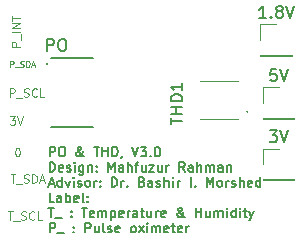
<source format=gto>
%TF.GenerationSoftware,KiCad,Pcbnew,(6.0.9)*%
%TF.CreationDate,2023-09-05T16:32:31-05:00*%
%TF.ProjectId,Pulse_Temp,50756c73-655f-4546-956d-702e6b696361,rev?*%
%TF.SameCoordinates,Original*%
%TF.FileFunction,Legend,Top*%
%TF.FilePolarity,Positive*%
%FSLAX46Y46*%
G04 Gerber Fmt 4.6, Leading zero omitted, Abs format (unit mm)*
G04 Created by KiCad (PCBNEW (6.0.9)) date 2023-09-05 16:32:31*
%MOMM*%
%LPD*%
G01*
G04 APERTURE LIST*
%ADD10C,0.150000*%
%ADD11C,0.100000*%
%ADD12C,0.152400*%
%ADD13C,0.120000*%
%ADD14R,0.762000X0.355600*%
%ADD15R,0.762000X0.406400*%
%ADD16R,1.600200X2.489200*%
%ADD17R,1.700000X1.700000*%
%ADD18O,1.700000X1.700000*%
G04 APERTURE END LIST*
D10*
X160917576Y-83501904D02*
X160917576Y-82701904D01*
X161222338Y-82701904D01*
X161298528Y-82740000D01*
X161336623Y-82778095D01*
X161374719Y-82854285D01*
X161374719Y-82968571D01*
X161336623Y-83044761D01*
X161298528Y-83082857D01*
X161222338Y-83120952D01*
X160917576Y-83120952D01*
X161869957Y-82701904D02*
X162022338Y-82701904D01*
X162098528Y-82740000D01*
X162174719Y-82816190D01*
X162212814Y-82968571D01*
X162212814Y-83235238D01*
X162174719Y-83387619D01*
X162098528Y-83463809D01*
X162022338Y-83501904D01*
X161869957Y-83501904D01*
X161793766Y-83463809D01*
X161717576Y-83387619D01*
X161679480Y-83235238D01*
X161679480Y-82968571D01*
X161717576Y-82816190D01*
X161793766Y-82740000D01*
X161869957Y-82701904D01*
X163812814Y-83501904D02*
X163774719Y-83501904D01*
X163698528Y-83463809D01*
X163584242Y-83349523D01*
X163393766Y-83120952D01*
X163317576Y-83006666D01*
X163279480Y-82892380D01*
X163279480Y-82816190D01*
X163317576Y-82740000D01*
X163393766Y-82701904D01*
X163431861Y-82701904D01*
X163508052Y-82740000D01*
X163546147Y-82816190D01*
X163546147Y-82854285D01*
X163508052Y-82930476D01*
X163469957Y-82968571D01*
X163241385Y-83120952D01*
X163203290Y-83159047D01*
X163165195Y-83235238D01*
X163165195Y-83349523D01*
X163203290Y-83425714D01*
X163241385Y-83463809D01*
X163317576Y-83501904D01*
X163431861Y-83501904D01*
X163508052Y-83463809D01*
X163546147Y-83425714D01*
X163660433Y-83273333D01*
X163698528Y-83159047D01*
X163698528Y-83082857D01*
X164650909Y-82701904D02*
X165108052Y-82701904D01*
X164879480Y-83501904D02*
X164879480Y-82701904D01*
X165374719Y-83501904D02*
X165374719Y-82701904D01*
X165374719Y-83082857D02*
X165831861Y-83082857D01*
X165831861Y-83501904D02*
X165831861Y-82701904D01*
X166212814Y-83501904D02*
X166212814Y-82701904D01*
X166403290Y-82701904D01*
X166517576Y-82740000D01*
X166593766Y-82816190D01*
X166631861Y-82892380D01*
X166669957Y-83044761D01*
X166669957Y-83159047D01*
X166631861Y-83311428D01*
X166593766Y-83387619D01*
X166517576Y-83463809D01*
X166403290Y-83501904D01*
X166212814Y-83501904D01*
X167050909Y-83463809D02*
X167050909Y-83501904D01*
X167012814Y-83578095D01*
X166974719Y-83616190D01*
X167889004Y-82701904D02*
X168155671Y-83501904D01*
X168422338Y-82701904D01*
X168612814Y-82701904D02*
X169108052Y-82701904D01*
X168841385Y-83006666D01*
X168955671Y-83006666D01*
X169031861Y-83044761D01*
X169069957Y-83082857D01*
X169108052Y-83159047D01*
X169108052Y-83349523D01*
X169069957Y-83425714D01*
X169031861Y-83463809D01*
X168955671Y-83501904D01*
X168727100Y-83501904D01*
X168650909Y-83463809D01*
X168612814Y-83425714D01*
X169450909Y-83425714D02*
X169489004Y-83463809D01*
X169450909Y-83501904D01*
X169412814Y-83463809D01*
X169450909Y-83425714D01*
X169450909Y-83501904D01*
X169984242Y-82701904D02*
X170060433Y-82701904D01*
X170136623Y-82740000D01*
X170174719Y-82778095D01*
X170212814Y-82854285D01*
X170250909Y-83006666D01*
X170250909Y-83197142D01*
X170212814Y-83349523D01*
X170174719Y-83425714D01*
X170136623Y-83463809D01*
X170060433Y-83501904D01*
X169984242Y-83501904D01*
X169908052Y-83463809D01*
X169869957Y-83425714D01*
X169831861Y-83349523D01*
X169793766Y-83197142D01*
X169793766Y-83006666D01*
X169831861Y-82854285D01*
X169869957Y-82778095D01*
X169908052Y-82740000D01*
X169984242Y-82701904D01*
X160917576Y-84789904D02*
X160917576Y-83989904D01*
X161108052Y-83989904D01*
X161222338Y-84028000D01*
X161298528Y-84104190D01*
X161336623Y-84180380D01*
X161374719Y-84332761D01*
X161374719Y-84447047D01*
X161336623Y-84599428D01*
X161298528Y-84675619D01*
X161222338Y-84751809D01*
X161108052Y-84789904D01*
X160917576Y-84789904D01*
X162022338Y-84751809D02*
X161946147Y-84789904D01*
X161793766Y-84789904D01*
X161717576Y-84751809D01*
X161679480Y-84675619D01*
X161679480Y-84370857D01*
X161717576Y-84294666D01*
X161793766Y-84256571D01*
X161946147Y-84256571D01*
X162022338Y-84294666D01*
X162060433Y-84370857D01*
X162060433Y-84447047D01*
X161679480Y-84523238D01*
X162365195Y-84751809D02*
X162441385Y-84789904D01*
X162593766Y-84789904D01*
X162669957Y-84751809D01*
X162708052Y-84675619D01*
X162708052Y-84637523D01*
X162669957Y-84561333D01*
X162593766Y-84523238D01*
X162479480Y-84523238D01*
X162403290Y-84485142D01*
X162365195Y-84408952D01*
X162365195Y-84370857D01*
X162403290Y-84294666D01*
X162479480Y-84256571D01*
X162593766Y-84256571D01*
X162669957Y-84294666D01*
X163050909Y-84789904D02*
X163050909Y-84256571D01*
X163050909Y-83989904D02*
X163012814Y-84028000D01*
X163050909Y-84066095D01*
X163089004Y-84028000D01*
X163050909Y-83989904D01*
X163050909Y-84066095D01*
X163774719Y-84256571D02*
X163774719Y-84904190D01*
X163736623Y-84980380D01*
X163698528Y-85018476D01*
X163622338Y-85056571D01*
X163508052Y-85056571D01*
X163431861Y-85018476D01*
X163774719Y-84751809D02*
X163698528Y-84789904D01*
X163546147Y-84789904D01*
X163469957Y-84751809D01*
X163431861Y-84713714D01*
X163393766Y-84637523D01*
X163393766Y-84408952D01*
X163431861Y-84332761D01*
X163469957Y-84294666D01*
X163546147Y-84256571D01*
X163698528Y-84256571D01*
X163774719Y-84294666D01*
X164155671Y-84256571D02*
X164155671Y-84789904D01*
X164155671Y-84332761D02*
X164193766Y-84294666D01*
X164269957Y-84256571D01*
X164384242Y-84256571D01*
X164460433Y-84294666D01*
X164498528Y-84370857D01*
X164498528Y-84789904D01*
X164879480Y-84713714D02*
X164917576Y-84751809D01*
X164879480Y-84789904D01*
X164841385Y-84751809D01*
X164879480Y-84713714D01*
X164879480Y-84789904D01*
X164879480Y-84294666D02*
X164917576Y-84332761D01*
X164879480Y-84370857D01*
X164841385Y-84332761D01*
X164879480Y-84294666D01*
X164879480Y-84370857D01*
X165869957Y-84789904D02*
X165869957Y-83989904D01*
X166136623Y-84561333D01*
X166403290Y-83989904D01*
X166403290Y-84789904D01*
X167127100Y-84789904D02*
X167127100Y-84370857D01*
X167089004Y-84294666D01*
X167012814Y-84256571D01*
X166860433Y-84256571D01*
X166784242Y-84294666D01*
X167127100Y-84751809D02*
X167050909Y-84789904D01*
X166860433Y-84789904D01*
X166784242Y-84751809D01*
X166746147Y-84675619D01*
X166746147Y-84599428D01*
X166784242Y-84523238D01*
X166860433Y-84485142D01*
X167050909Y-84485142D01*
X167127100Y-84447047D01*
X167508052Y-84789904D02*
X167508052Y-83989904D01*
X167850909Y-84789904D02*
X167850909Y-84370857D01*
X167812814Y-84294666D01*
X167736623Y-84256571D01*
X167622338Y-84256571D01*
X167546147Y-84294666D01*
X167508052Y-84332761D01*
X168117576Y-84256571D02*
X168422338Y-84256571D01*
X168231861Y-84789904D02*
X168231861Y-84104190D01*
X168269957Y-84028000D01*
X168346147Y-83989904D01*
X168422338Y-83989904D01*
X169031861Y-84256571D02*
X169031861Y-84789904D01*
X168689004Y-84256571D02*
X168689004Y-84675619D01*
X168727100Y-84751809D01*
X168803290Y-84789904D01*
X168917576Y-84789904D01*
X168993766Y-84751809D01*
X169031861Y-84713714D01*
X169336623Y-84256571D02*
X169755671Y-84256571D01*
X169336623Y-84789904D01*
X169755671Y-84789904D01*
X170403290Y-84256571D02*
X170403290Y-84789904D01*
X170060433Y-84256571D02*
X170060433Y-84675619D01*
X170098528Y-84751809D01*
X170174719Y-84789904D01*
X170289004Y-84789904D01*
X170365195Y-84751809D01*
X170403290Y-84713714D01*
X170784242Y-84789904D02*
X170784242Y-84256571D01*
X170784242Y-84408952D02*
X170822338Y-84332761D01*
X170860433Y-84294666D01*
X170936623Y-84256571D01*
X171012814Y-84256571D01*
X172346147Y-84789904D02*
X172079480Y-84408952D01*
X171889004Y-84789904D02*
X171889004Y-83989904D01*
X172193766Y-83989904D01*
X172269957Y-84028000D01*
X172308052Y-84066095D01*
X172346147Y-84142285D01*
X172346147Y-84256571D01*
X172308052Y-84332761D01*
X172269957Y-84370857D01*
X172193766Y-84408952D01*
X171889004Y-84408952D01*
X173031861Y-84789904D02*
X173031861Y-84370857D01*
X172993766Y-84294666D01*
X172917576Y-84256571D01*
X172765195Y-84256571D01*
X172689004Y-84294666D01*
X173031861Y-84751809D02*
X172955671Y-84789904D01*
X172765195Y-84789904D01*
X172689004Y-84751809D01*
X172650909Y-84675619D01*
X172650909Y-84599428D01*
X172689004Y-84523238D01*
X172765195Y-84485142D01*
X172955671Y-84485142D01*
X173031861Y-84447047D01*
X173412814Y-84789904D02*
X173412814Y-83989904D01*
X173755671Y-84789904D02*
X173755671Y-84370857D01*
X173717576Y-84294666D01*
X173641385Y-84256571D01*
X173527100Y-84256571D01*
X173450909Y-84294666D01*
X173412814Y-84332761D01*
X174136623Y-84789904D02*
X174136623Y-84256571D01*
X174136623Y-84332761D02*
X174174719Y-84294666D01*
X174250909Y-84256571D01*
X174365195Y-84256571D01*
X174441385Y-84294666D01*
X174479480Y-84370857D01*
X174479480Y-84789904D01*
X174479480Y-84370857D02*
X174517576Y-84294666D01*
X174593766Y-84256571D01*
X174708052Y-84256571D01*
X174784242Y-84294666D01*
X174822338Y-84370857D01*
X174822338Y-84789904D01*
X175546147Y-84789904D02*
X175546147Y-84370857D01*
X175508052Y-84294666D01*
X175431861Y-84256571D01*
X175279480Y-84256571D01*
X175203290Y-84294666D01*
X175546147Y-84751809D02*
X175469957Y-84789904D01*
X175279480Y-84789904D01*
X175203290Y-84751809D01*
X175165195Y-84675619D01*
X175165195Y-84599428D01*
X175203290Y-84523238D01*
X175279480Y-84485142D01*
X175469957Y-84485142D01*
X175546147Y-84447047D01*
X175927100Y-84256571D02*
X175927100Y-84789904D01*
X175927100Y-84332761D02*
X175965195Y-84294666D01*
X176041385Y-84256571D01*
X176155671Y-84256571D01*
X176231861Y-84294666D01*
X176269957Y-84370857D01*
X176269957Y-84789904D01*
X160879480Y-85849333D02*
X161260433Y-85849333D01*
X160803290Y-86077904D02*
X161069957Y-85277904D01*
X161336623Y-86077904D01*
X161946147Y-86077904D02*
X161946147Y-85277904D01*
X161946147Y-86039809D02*
X161869957Y-86077904D01*
X161717576Y-86077904D01*
X161641385Y-86039809D01*
X161603290Y-86001714D01*
X161565195Y-85925523D01*
X161565195Y-85696952D01*
X161603290Y-85620761D01*
X161641385Y-85582666D01*
X161717576Y-85544571D01*
X161869957Y-85544571D01*
X161946147Y-85582666D01*
X162250909Y-85544571D02*
X162441385Y-86077904D01*
X162631861Y-85544571D01*
X162936623Y-86077904D02*
X162936623Y-85544571D01*
X162936623Y-85277904D02*
X162898528Y-85316000D01*
X162936623Y-85354095D01*
X162974719Y-85316000D01*
X162936623Y-85277904D01*
X162936623Y-85354095D01*
X163279480Y-86039809D02*
X163355671Y-86077904D01*
X163508052Y-86077904D01*
X163584242Y-86039809D01*
X163622338Y-85963619D01*
X163622338Y-85925523D01*
X163584242Y-85849333D01*
X163508052Y-85811238D01*
X163393766Y-85811238D01*
X163317576Y-85773142D01*
X163279480Y-85696952D01*
X163279480Y-85658857D01*
X163317576Y-85582666D01*
X163393766Y-85544571D01*
X163508052Y-85544571D01*
X163584242Y-85582666D01*
X164079480Y-86077904D02*
X164003290Y-86039809D01*
X163965195Y-86001714D01*
X163927100Y-85925523D01*
X163927100Y-85696952D01*
X163965195Y-85620761D01*
X164003290Y-85582666D01*
X164079480Y-85544571D01*
X164193766Y-85544571D01*
X164269957Y-85582666D01*
X164308052Y-85620761D01*
X164346147Y-85696952D01*
X164346147Y-85925523D01*
X164308052Y-86001714D01*
X164269957Y-86039809D01*
X164193766Y-86077904D01*
X164079480Y-86077904D01*
X164689004Y-86077904D02*
X164689004Y-85544571D01*
X164689004Y-85696952D02*
X164727100Y-85620761D01*
X164765195Y-85582666D01*
X164841385Y-85544571D01*
X164917576Y-85544571D01*
X165184242Y-86001714D02*
X165222338Y-86039809D01*
X165184242Y-86077904D01*
X165146147Y-86039809D01*
X165184242Y-86001714D01*
X165184242Y-86077904D01*
X165184242Y-85582666D02*
X165222338Y-85620761D01*
X165184242Y-85658857D01*
X165146147Y-85620761D01*
X165184242Y-85582666D01*
X165184242Y-85658857D01*
X166174719Y-86077904D02*
X166174719Y-85277904D01*
X166365195Y-85277904D01*
X166479480Y-85316000D01*
X166555671Y-85392190D01*
X166593766Y-85468380D01*
X166631861Y-85620761D01*
X166631861Y-85735047D01*
X166593766Y-85887428D01*
X166555671Y-85963619D01*
X166479480Y-86039809D01*
X166365195Y-86077904D01*
X166174719Y-86077904D01*
X166974719Y-86077904D02*
X166974719Y-85544571D01*
X166974719Y-85696952D02*
X167012814Y-85620761D01*
X167050909Y-85582666D01*
X167127100Y-85544571D01*
X167203290Y-85544571D01*
X167469957Y-86001714D02*
X167508052Y-86039809D01*
X167469957Y-86077904D01*
X167431861Y-86039809D01*
X167469957Y-86001714D01*
X167469957Y-86077904D01*
X168727100Y-85658857D02*
X168841385Y-85696952D01*
X168879480Y-85735047D01*
X168917576Y-85811238D01*
X168917576Y-85925523D01*
X168879480Y-86001714D01*
X168841385Y-86039809D01*
X168765195Y-86077904D01*
X168460433Y-86077904D01*
X168460433Y-85277904D01*
X168727100Y-85277904D01*
X168803290Y-85316000D01*
X168841385Y-85354095D01*
X168879480Y-85430285D01*
X168879480Y-85506476D01*
X168841385Y-85582666D01*
X168803290Y-85620761D01*
X168727100Y-85658857D01*
X168460433Y-85658857D01*
X169603290Y-86077904D02*
X169603290Y-85658857D01*
X169565195Y-85582666D01*
X169489004Y-85544571D01*
X169336623Y-85544571D01*
X169260433Y-85582666D01*
X169603290Y-86039809D02*
X169527100Y-86077904D01*
X169336623Y-86077904D01*
X169260433Y-86039809D01*
X169222338Y-85963619D01*
X169222338Y-85887428D01*
X169260433Y-85811238D01*
X169336623Y-85773142D01*
X169527100Y-85773142D01*
X169603290Y-85735047D01*
X169946147Y-86039809D02*
X170022338Y-86077904D01*
X170174719Y-86077904D01*
X170250909Y-86039809D01*
X170289004Y-85963619D01*
X170289004Y-85925523D01*
X170250909Y-85849333D01*
X170174719Y-85811238D01*
X170060433Y-85811238D01*
X169984242Y-85773142D01*
X169946147Y-85696952D01*
X169946147Y-85658857D01*
X169984242Y-85582666D01*
X170060433Y-85544571D01*
X170174719Y-85544571D01*
X170250909Y-85582666D01*
X170631861Y-86077904D02*
X170631861Y-85277904D01*
X170974719Y-86077904D02*
X170974719Y-85658857D01*
X170936623Y-85582666D01*
X170860433Y-85544571D01*
X170746147Y-85544571D01*
X170669957Y-85582666D01*
X170631861Y-85620761D01*
X171355671Y-86077904D02*
X171355671Y-85544571D01*
X171355671Y-85277904D02*
X171317576Y-85316000D01*
X171355671Y-85354095D01*
X171393766Y-85316000D01*
X171355671Y-85277904D01*
X171355671Y-85354095D01*
X171736623Y-86077904D02*
X171736623Y-85544571D01*
X171736623Y-85696952D02*
X171774719Y-85620761D01*
X171812814Y-85582666D01*
X171889004Y-85544571D01*
X171965195Y-85544571D01*
X172841385Y-86077904D02*
X172841385Y-85277904D01*
X173222338Y-86001714D02*
X173260433Y-86039809D01*
X173222338Y-86077904D01*
X173184242Y-86039809D01*
X173222338Y-86001714D01*
X173222338Y-86077904D01*
X174212814Y-86077904D02*
X174212814Y-85277904D01*
X174479480Y-85849333D01*
X174746147Y-85277904D01*
X174746147Y-86077904D01*
X175241385Y-86077904D02*
X175165195Y-86039809D01*
X175127100Y-86001714D01*
X175089004Y-85925523D01*
X175089004Y-85696952D01*
X175127100Y-85620761D01*
X175165195Y-85582666D01*
X175241385Y-85544571D01*
X175355671Y-85544571D01*
X175431861Y-85582666D01*
X175469957Y-85620761D01*
X175508052Y-85696952D01*
X175508052Y-85925523D01*
X175469957Y-86001714D01*
X175431861Y-86039809D01*
X175355671Y-86077904D01*
X175241385Y-86077904D01*
X175850909Y-86077904D02*
X175850909Y-85544571D01*
X175850909Y-85696952D02*
X175889004Y-85620761D01*
X175927100Y-85582666D01*
X176003290Y-85544571D01*
X176079480Y-85544571D01*
X176308052Y-86039809D02*
X176384242Y-86077904D01*
X176536623Y-86077904D01*
X176612814Y-86039809D01*
X176650909Y-85963619D01*
X176650909Y-85925523D01*
X176612814Y-85849333D01*
X176536623Y-85811238D01*
X176422338Y-85811238D01*
X176346147Y-85773142D01*
X176308052Y-85696952D01*
X176308052Y-85658857D01*
X176346147Y-85582666D01*
X176422338Y-85544571D01*
X176536623Y-85544571D01*
X176612814Y-85582666D01*
X176993766Y-86077904D02*
X176993766Y-85277904D01*
X177336623Y-86077904D02*
X177336623Y-85658857D01*
X177298528Y-85582666D01*
X177222338Y-85544571D01*
X177108052Y-85544571D01*
X177031861Y-85582666D01*
X176993766Y-85620761D01*
X178022338Y-86039809D02*
X177946147Y-86077904D01*
X177793766Y-86077904D01*
X177717576Y-86039809D01*
X177679480Y-85963619D01*
X177679480Y-85658857D01*
X177717576Y-85582666D01*
X177793766Y-85544571D01*
X177946147Y-85544571D01*
X178022338Y-85582666D01*
X178060433Y-85658857D01*
X178060433Y-85735047D01*
X177679480Y-85811238D01*
X178746147Y-86077904D02*
X178746147Y-85277904D01*
X178746147Y-86039809D02*
X178669957Y-86077904D01*
X178517576Y-86077904D01*
X178441385Y-86039809D01*
X178403290Y-86001714D01*
X178365195Y-85925523D01*
X178365195Y-85696952D01*
X178403290Y-85620761D01*
X178441385Y-85582666D01*
X178517576Y-85544571D01*
X178669957Y-85544571D01*
X178746147Y-85582666D01*
X161298528Y-87365904D02*
X160917576Y-87365904D01*
X160917576Y-86565904D01*
X161908052Y-87365904D02*
X161908052Y-86946857D01*
X161869957Y-86870666D01*
X161793766Y-86832571D01*
X161641385Y-86832571D01*
X161565195Y-86870666D01*
X161908052Y-87327809D02*
X161831861Y-87365904D01*
X161641385Y-87365904D01*
X161565195Y-87327809D01*
X161527100Y-87251619D01*
X161527100Y-87175428D01*
X161565195Y-87099238D01*
X161641385Y-87061142D01*
X161831861Y-87061142D01*
X161908052Y-87023047D01*
X162289004Y-87365904D02*
X162289004Y-86565904D01*
X162289004Y-86870666D02*
X162365195Y-86832571D01*
X162517576Y-86832571D01*
X162593766Y-86870666D01*
X162631861Y-86908761D01*
X162669957Y-86984952D01*
X162669957Y-87213523D01*
X162631861Y-87289714D01*
X162593766Y-87327809D01*
X162517576Y-87365904D01*
X162365195Y-87365904D01*
X162289004Y-87327809D01*
X163317576Y-87327809D02*
X163241385Y-87365904D01*
X163089004Y-87365904D01*
X163012814Y-87327809D01*
X162974719Y-87251619D01*
X162974719Y-86946857D01*
X163012814Y-86870666D01*
X163089004Y-86832571D01*
X163241385Y-86832571D01*
X163317576Y-86870666D01*
X163355671Y-86946857D01*
X163355671Y-87023047D01*
X162974719Y-87099238D01*
X163812814Y-87365904D02*
X163736623Y-87327809D01*
X163698528Y-87251619D01*
X163698528Y-86565904D01*
X164117576Y-87289714D02*
X164155671Y-87327809D01*
X164117576Y-87365904D01*
X164079480Y-87327809D01*
X164117576Y-87289714D01*
X164117576Y-87365904D01*
X164117576Y-86870666D02*
X164155671Y-86908761D01*
X164117576Y-86946857D01*
X164079480Y-86908761D01*
X164117576Y-86870666D01*
X164117576Y-86946857D01*
X160803290Y-87853904D02*
X161260433Y-87853904D01*
X161031861Y-88653904D02*
X161031861Y-87853904D01*
X161336623Y-88730095D02*
X161946147Y-88730095D01*
X162746147Y-88577714D02*
X162784242Y-88615809D01*
X162746147Y-88653904D01*
X162708052Y-88615809D01*
X162746147Y-88577714D01*
X162746147Y-88653904D01*
X162746147Y-88158666D02*
X162784242Y-88196761D01*
X162746147Y-88234857D01*
X162708052Y-88196761D01*
X162746147Y-88158666D01*
X162746147Y-88234857D01*
X163622338Y-87853904D02*
X164079480Y-87853904D01*
X163850909Y-88653904D02*
X163850909Y-87853904D01*
X164650909Y-88615809D02*
X164574719Y-88653904D01*
X164422338Y-88653904D01*
X164346147Y-88615809D01*
X164308052Y-88539619D01*
X164308052Y-88234857D01*
X164346147Y-88158666D01*
X164422338Y-88120571D01*
X164574719Y-88120571D01*
X164650909Y-88158666D01*
X164689004Y-88234857D01*
X164689004Y-88311047D01*
X164308052Y-88387238D01*
X165031861Y-88653904D02*
X165031861Y-88120571D01*
X165031861Y-88196761D02*
X165069957Y-88158666D01*
X165146147Y-88120571D01*
X165260433Y-88120571D01*
X165336623Y-88158666D01*
X165374719Y-88234857D01*
X165374719Y-88653904D01*
X165374719Y-88234857D02*
X165412814Y-88158666D01*
X165489004Y-88120571D01*
X165603290Y-88120571D01*
X165679480Y-88158666D01*
X165717576Y-88234857D01*
X165717576Y-88653904D01*
X166098528Y-88120571D02*
X166098528Y-88920571D01*
X166098528Y-88158666D02*
X166174719Y-88120571D01*
X166327100Y-88120571D01*
X166403290Y-88158666D01*
X166441385Y-88196761D01*
X166479480Y-88272952D01*
X166479480Y-88501523D01*
X166441385Y-88577714D01*
X166403290Y-88615809D01*
X166327100Y-88653904D01*
X166174719Y-88653904D01*
X166098528Y-88615809D01*
X167127100Y-88615809D02*
X167050909Y-88653904D01*
X166898528Y-88653904D01*
X166822338Y-88615809D01*
X166784242Y-88539619D01*
X166784242Y-88234857D01*
X166822338Y-88158666D01*
X166898528Y-88120571D01*
X167050909Y-88120571D01*
X167127100Y-88158666D01*
X167165195Y-88234857D01*
X167165195Y-88311047D01*
X166784242Y-88387238D01*
X167508052Y-88653904D02*
X167508052Y-88120571D01*
X167508052Y-88272952D02*
X167546147Y-88196761D01*
X167584242Y-88158666D01*
X167660433Y-88120571D01*
X167736623Y-88120571D01*
X168346147Y-88653904D02*
X168346147Y-88234857D01*
X168308052Y-88158666D01*
X168231861Y-88120571D01*
X168079480Y-88120571D01*
X168003290Y-88158666D01*
X168346147Y-88615809D02*
X168269957Y-88653904D01*
X168079480Y-88653904D01*
X168003290Y-88615809D01*
X167965195Y-88539619D01*
X167965195Y-88463428D01*
X168003290Y-88387238D01*
X168079480Y-88349142D01*
X168269957Y-88349142D01*
X168346147Y-88311047D01*
X168612814Y-88120571D02*
X168917576Y-88120571D01*
X168727100Y-87853904D02*
X168727100Y-88539619D01*
X168765195Y-88615809D01*
X168841385Y-88653904D01*
X168917576Y-88653904D01*
X169527100Y-88120571D02*
X169527100Y-88653904D01*
X169184242Y-88120571D02*
X169184242Y-88539619D01*
X169222338Y-88615809D01*
X169298528Y-88653904D01*
X169412814Y-88653904D01*
X169489004Y-88615809D01*
X169527100Y-88577714D01*
X169908052Y-88653904D02*
X169908052Y-88120571D01*
X169908052Y-88272952D02*
X169946147Y-88196761D01*
X169984242Y-88158666D01*
X170060433Y-88120571D01*
X170136623Y-88120571D01*
X170708052Y-88615809D02*
X170631861Y-88653904D01*
X170479480Y-88653904D01*
X170403290Y-88615809D01*
X170365195Y-88539619D01*
X170365195Y-88234857D01*
X170403290Y-88158666D01*
X170479480Y-88120571D01*
X170631861Y-88120571D01*
X170708052Y-88158666D01*
X170746147Y-88234857D01*
X170746147Y-88311047D01*
X170365195Y-88387238D01*
X172346147Y-88653904D02*
X172308052Y-88653904D01*
X172231861Y-88615809D01*
X172117576Y-88501523D01*
X171927100Y-88272952D01*
X171850909Y-88158666D01*
X171812814Y-88044380D01*
X171812814Y-87968190D01*
X171850909Y-87892000D01*
X171927100Y-87853904D01*
X171965195Y-87853904D01*
X172041385Y-87892000D01*
X172079480Y-87968190D01*
X172079480Y-88006285D01*
X172041385Y-88082476D01*
X172003290Y-88120571D01*
X171774719Y-88272952D01*
X171736623Y-88311047D01*
X171698528Y-88387238D01*
X171698528Y-88501523D01*
X171736623Y-88577714D01*
X171774719Y-88615809D01*
X171850909Y-88653904D01*
X171965195Y-88653904D01*
X172041385Y-88615809D01*
X172079480Y-88577714D01*
X172193766Y-88425333D01*
X172231861Y-88311047D01*
X172231861Y-88234857D01*
X173298528Y-88653904D02*
X173298528Y-87853904D01*
X173298528Y-88234857D02*
X173755671Y-88234857D01*
X173755671Y-88653904D02*
X173755671Y-87853904D01*
X174479480Y-88120571D02*
X174479480Y-88653904D01*
X174136623Y-88120571D02*
X174136623Y-88539619D01*
X174174719Y-88615809D01*
X174250909Y-88653904D01*
X174365195Y-88653904D01*
X174441385Y-88615809D01*
X174479480Y-88577714D01*
X174860433Y-88653904D02*
X174860433Y-88120571D01*
X174860433Y-88196761D02*
X174898528Y-88158666D01*
X174974719Y-88120571D01*
X175089004Y-88120571D01*
X175165195Y-88158666D01*
X175203290Y-88234857D01*
X175203290Y-88653904D01*
X175203290Y-88234857D02*
X175241385Y-88158666D01*
X175317576Y-88120571D01*
X175431861Y-88120571D01*
X175508052Y-88158666D01*
X175546147Y-88234857D01*
X175546147Y-88653904D01*
X175927100Y-88653904D02*
X175927100Y-88120571D01*
X175927100Y-87853904D02*
X175889004Y-87892000D01*
X175927100Y-87930095D01*
X175965195Y-87892000D01*
X175927100Y-87853904D01*
X175927100Y-87930095D01*
X176650909Y-88653904D02*
X176650909Y-87853904D01*
X176650909Y-88615809D02*
X176574719Y-88653904D01*
X176422338Y-88653904D01*
X176346147Y-88615809D01*
X176308052Y-88577714D01*
X176269957Y-88501523D01*
X176269957Y-88272952D01*
X176308052Y-88196761D01*
X176346147Y-88158666D01*
X176422338Y-88120571D01*
X176574719Y-88120571D01*
X176650909Y-88158666D01*
X177031861Y-88653904D02*
X177031861Y-88120571D01*
X177031861Y-87853904D02*
X176993766Y-87892000D01*
X177031861Y-87930095D01*
X177069957Y-87892000D01*
X177031861Y-87853904D01*
X177031861Y-87930095D01*
X177298528Y-88120571D02*
X177603290Y-88120571D01*
X177412814Y-87853904D02*
X177412814Y-88539619D01*
X177450909Y-88615809D01*
X177527100Y-88653904D01*
X177603290Y-88653904D01*
X177793766Y-88120571D02*
X177984242Y-88653904D01*
X178174719Y-88120571D02*
X177984242Y-88653904D01*
X177908052Y-88844380D01*
X177869957Y-88882476D01*
X177793766Y-88920571D01*
X160917576Y-89941904D02*
X160917576Y-89141904D01*
X161222338Y-89141904D01*
X161298528Y-89180000D01*
X161336623Y-89218095D01*
X161374719Y-89294285D01*
X161374719Y-89408571D01*
X161336623Y-89484761D01*
X161298528Y-89522857D01*
X161222338Y-89560952D01*
X160917576Y-89560952D01*
X161527100Y-90018095D02*
X162136623Y-90018095D01*
X162936623Y-89865714D02*
X162974719Y-89903809D01*
X162936623Y-89941904D01*
X162898528Y-89903809D01*
X162936623Y-89865714D01*
X162936623Y-89941904D01*
X162936623Y-89446666D02*
X162974719Y-89484761D01*
X162936623Y-89522857D01*
X162898528Y-89484761D01*
X162936623Y-89446666D01*
X162936623Y-89522857D01*
X163927100Y-89941904D02*
X163927100Y-89141904D01*
X164231861Y-89141904D01*
X164308052Y-89180000D01*
X164346147Y-89218095D01*
X164384242Y-89294285D01*
X164384242Y-89408571D01*
X164346147Y-89484761D01*
X164308052Y-89522857D01*
X164231861Y-89560952D01*
X163927100Y-89560952D01*
X165069957Y-89408571D02*
X165069957Y-89941904D01*
X164727100Y-89408571D02*
X164727100Y-89827619D01*
X164765195Y-89903809D01*
X164841385Y-89941904D01*
X164955671Y-89941904D01*
X165031861Y-89903809D01*
X165069957Y-89865714D01*
X165565195Y-89941904D02*
X165489004Y-89903809D01*
X165450909Y-89827619D01*
X165450909Y-89141904D01*
X165831861Y-89903809D02*
X165908052Y-89941904D01*
X166060433Y-89941904D01*
X166136623Y-89903809D01*
X166174719Y-89827619D01*
X166174719Y-89789523D01*
X166136623Y-89713333D01*
X166060433Y-89675238D01*
X165946147Y-89675238D01*
X165869957Y-89637142D01*
X165831861Y-89560952D01*
X165831861Y-89522857D01*
X165869957Y-89446666D01*
X165946147Y-89408571D01*
X166060433Y-89408571D01*
X166136623Y-89446666D01*
X166822338Y-89903809D02*
X166746147Y-89941904D01*
X166593766Y-89941904D01*
X166517576Y-89903809D01*
X166479480Y-89827619D01*
X166479480Y-89522857D01*
X166517576Y-89446666D01*
X166593766Y-89408571D01*
X166746147Y-89408571D01*
X166822338Y-89446666D01*
X166860433Y-89522857D01*
X166860433Y-89599047D01*
X166479480Y-89675238D01*
X167927100Y-89941904D02*
X167850909Y-89903809D01*
X167812814Y-89865714D01*
X167774719Y-89789523D01*
X167774719Y-89560952D01*
X167812814Y-89484761D01*
X167850909Y-89446666D01*
X167927100Y-89408571D01*
X168041385Y-89408571D01*
X168117576Y-89446666D01*
X168155671Y-89484761D01*
X168193766Y-89560952D01*
X168193766Y-89789523D01*
X168155671Y-89865714D01*
X168117576Y-89903809D01*
X168041385Y-89941904D01*
X167927100Y-89941904D01*
X168460433Y-89941904D02*
X168879480Y-89408571D01*
X168460433Y-89408571D02*
X168879480Y-89941904D01*
X169184242Y-89941904D02*
X169184242Y-89408571D01*
X169184242Y-89141904D02*
X169146147Y-89180000D01*
X169184242Y-89218095D01*
X169222338Y-89180000D01*
X169184242Y-89141904D01*
X169184242Y-89218095D01*
X169565195Y-89941904D02*
X169565195Y-89408571D01*
X169565195Y-89484761D02*
X169603290Y-89446666D01*
X169679480Y-89408571D01*
X169793766Y-89408571D01*
X169869957Y-89446666D01*
X169908052Y-89522857D01*
X169908052Y-89941904D01*
X169908052Y-89522857D02*
X169946147Y-89446666D01*
X170022338Y-89408571D01*
X170136623Y-89408571D01*
X170212814Y-89446666D01*
X170250909Y-89522857D01*
X170250909Y-89941904D01*
X170936623Y-89903809D02*
X170860433Y-89941904D01*
X170708052Y-89941904D01*
X170631861Y-89903809D01*
X170593766Y-89827619D01*
X170593766Y-89522857D01*
X170631861Y-89446666D01*
X170708052Y-89408571D01*
X170860433Y-89408571D01*
X170936623Y-89446666D01*
X170974719Y-89522857D01*
X170974719Y-89599047D01*
X170593766Y-89675238D01*
X171203290Y-89408571D02*
X171508052Y-89408571D01*
X171317576Y-89141904D02*
X171317576Y-89827619D01*
X171355671Y-89903809D01*
X171431861Y-89941904D01*
X171508052Y-89941904D01*
X172079480Y-89903809D02*
X172003290Y-89941904D01*
X171850909Y-89941904D01*
X171774719Y-89903809D01*
X171736623Y-89827619D01*
X171736623Y-89522857D01*
X171774719Y-89446666D01*
X171850909Y-89408571D01*
X172003290Y-89408571D01*
X172079480Y-89446666D01*
X172117576Y-89522857D01*
X172117576Y-89599047D01*
X171736623Y-89675238D01*
X172460433Y-89941904D02*
X172460433Y-89408571D01*
X172460433Y-89560952D02*
X172498528Y-89484761D01*
X172536623Y-89446666D01*
X172612814Y-89408571D01*
X172689004Y-89408571D01*
D11*
X157536533Y-78447066D02*
X157536533Y-77747066D01*
X157803200Y-77747066D01*
X157869866Y-77780400D01*
X157903200Y-77813733D01*
X157936533Y-77880400D01*
X157936533Y-77980400D01*
X157903200Y-78047066D01*
X157869866Y-78080400D01*
X157803200Y-78113733D01*
X157536533Y-78113733D01*
X158069866Y-78513733D02*
X158603200Y-78513733D01*
X158736533Y-78413733D02*
X158836533Y-78447066D01*
X159003200Y-78447066D01*
X159069866Y-78413733D01*
X159103200Y-78380400D01*
X159136533Y-78313733D01*
X159136533Y-78247066D01*
X159103200Y-78180400D01*
X159069866Y-78147066D01*
X159003200Y-78113733D01*
X158869866Y-78080400D01*
X158803200Y-78047066D01*
X158769866Y-78013733D01*
X158736533Y-77947066D01*
X158736533Y-77880400D01*
X158769866Y-77813733D01*
X158803200Y-77780400D01*
X158869866Y-77747066D01*
X159036533Y-77747066D01*
X159136533Y-77780400D01*
X159836533Y-78380400D02*
X159803200Y-78413733D01*
X159703200Y-78447066D01*
X159636533Y-78447066D01*
X159536533Y-78413733D01*
X159469866Y-78347066D01*
X159436533Y-78280400D01*
X159403200Y-78147066D01*
X159403200Y-78047066D01*
X159436533Y-77913733D01*
X159469866Y-77847066D01*
X159536533Y-77780400D01*
X159636533Y-77747066D01*
X159703200Y-77747066D01*
X159803200Y-77780400D01*
X159836533Y-77813733D01*
X160469866Y-78447066D02*
X160136533Y-78447066D01*
X160136533Y-77747066D01*
X158224533Y-83492133D02*
X158157866Y-83492133D01*
X158091200Y-83458800D01*
X158057866Y-83425466D01*
X158024533Y-83358800D01*
X157991200Y-83225466D01*
X157991200Y-83058800D01*
X158024533Y-82925466D01*
X158057866Y-82858800D01*
X158091200Y-82825466D01*
X158157866Y-82792133D01*
X158224533Y-82792133D01*
X158291200Y-82825466D01*
X158324533Y-82858800D01*
X158357866Y-82925466D01*
X158391200Y-83058800D01*
X158391200Y-83225466D01*
X158357866Y-83358800D01*
X158324533Y-83425466D01*
X158291200Y-83458800D01*
X158224533Y-83492133D01*
X157553571Y-80120520D02*
X157986905Y-80120520D01*
X157753571Y-80387187D01*
X157853571Y-80387187D01*
X157920238Y-80420520D01*
X157953571Y-80453854D01*
X157986905Y-80520520D01*
X157986905Y-80687187D01*
X157953571Y-80753854D01*
X157920238Y-80787187D01*
X157853571Y-80820520D01*
X157653571Y-80820520D01*
X157586905Y-80787187D01*
X157553571Y-80753854D01*
X158186905Y-80120520D02*
X158420238Y-80820520D01*
X158653571Y-80120520D01*
X158391534Y-74197766D02*
X157691534Y-74197766D01*
X157691534Y-73931099D01*
X157724868Y-73864432D01*
X157758201Y-73831099D01*
X157824868Y-73797766D01*
X157924868Y-73797766D01*
X157991534Y-73831099D01*
X158024868Y-73864432D01*
X158058201Y-73931099D01*
X158058201Y-74197766D01*
X158458201Y-73664432D02*
X158458201Y-73131099D01*
X158391534Y-72964432D02*
X157691534Y-72964432D01*
X158391534Y-72631099D02*
X157691534Y-72631099D01*
X158391534Y-72231099D01*
X157691534Y-72231099D01*
X157691534Y-71997766D02*
X157691534Y-71597766D01*
X158391534Y-71797766D02*
X157691534Y-71797766D01*
X157602813Y-85028850D02*
X158002813Y-85028850D01*
X157802813Y-85728850D02*
X157802813Y-85028850D01*
X158069479Y-85795517D02*
X158602813Y-85795517D01*
X158736146Y-85695517D02*
X158836146Y-85728850D01*
X159002813Y-85728850D01*
X159069479Y-85695517D01*
X159102813Y-85662184D01*
X159136146Y-85595517D01*
X159136146Y-85528850D01*
X159102813Y-85462184D01*
X159069479Y-85428850D01*
X159002813Y-85395517D01*
X158869479Y-85362184D01*
X158802813Y-85328850D01*
X158769479Y-85295517D01*
X158736146Y-85228850D01*
X158736146Y-85162184D01*
X158769479Y-85095517D01*
X158802813Y-85062184D01*
X158869479Y-85028850D01*
X159036146Y-85028850D01*
X159136146Y-85062184D01*
X159436146Y-85728850D02*
X159436146Y-85028850D01*
X159602813Y-85028850D01*
X159702813Y-85062184D01*
X159769479Y-85128850D01*
X159802813Y-85195517D01*
X159836146Y-85328850D01*
X159836146Y-85428850D01*
X159802813Y-85562184D01*
X159769479Y-85628850D01*
X159702813Y-85695517D01*
X159602813Y-85728850D01*
X159436146Y-85728850D01*
X160102813Y-85528850D02*
X160436146Y-85528850D01*
X160036146Y-85728850D02*
X160269479Y-85028850D01*
X160502813Y-85728850D01*
X157367466Y-88161066D02*
X157767466Y-88161066D01*
X157567466Y-88861066D02*
X157567466Y-88161066D01*
X157834133Y-88927733D02*
X158367466Y-88927733D01*
X158500800Y-88827733D02*
X158600800Y-88861066D01*
X158767466Y-88861066D01*
X158834133Y-88827733D01*
X158867466Y-88794400D01*
X158900800Y-88727733D01*
X158900800Y-88661066D01*
X158867466Y-88594400D01*
X158834133Y-88561066D01*
X158767466Y-88527733D01*
X158634133Y-88494400D01*
X158567466Y-88461066D01*
X158534133Y-88427733D01*
X158500800Y-88361066D01*
X158500800Y-88294400D01*
X158534133Y-88227733D01*
X158567466Y-88194400D01*
X158634133Y-88161066D01*
X158800800Y-88161066D01*
X158900800Y-88194400D01*
X159600800Y-88794400D02*
X159567466Y-88827733D01*
X159467466Y-88861066D01*
X159400800Y-88861066D01*
X159300800Y-88827733D01*
X159234133Y-88761066D01*
X159200800Y-88694400D01*
X159167466Y-88561066D01*
X159167466Y-88461066D01*
X159200800Y-88327733D01*
X159234133Y-88261066D01*
X159300800Y-88194400D01*
X159400800Y-88161066D01*
X159467466Y-88161066D01*
X159567466Y-88194400D01*
X159600800Y-88227733D01*
X160234133Y-88861066D02*
X159900800Y-88861066D01*
X159900800Y-88161066D01*
X157573790Y-75918190D02*
X157573790Y-75418190D01*
X157764266Y-75418190D01*
X157811885Y-75442000D01*
X157835695Y-75465809D01*
X157859504Y-75513428D01*
X157859504Y-75584857D01*
X157835695Y-75632476D01*
X157811885Y-75656285D01*
X157764266Y-75680095D01*
X157573790Y-75680095D01*
X157954742Y-75965809D02*
X158335695Y-75965809D01*
X158430933Y-75894380D02*
X158502361Y-75918190D01*
X158621409Y-75918190D01*
X158669028Y-75894380D01*
X158692838Y-75870571D01*
X158716647Y-75822952D01*
X158716647Y-75775333D01*
X158692838Y-75727714D01*
X158669028Y-75703904D01*
X158621409Y-75680095D01*
X158526171Y-75656285D01*
X158478552Y-75632476D01*
X158454742Y-75608666D01*
X158430933Y-75561047D01*
X158430933Y-75513428D01*
X158454742Y-75465809D01*
X158478552Y-75442000D01*
X158526171Y-75418190D01*
X158645219Y-75418190D01*
X158716647Y-75442000D01*
X158930933Y-75918190D02*
X158930933Y-75418190D01*
X159049980Y-75418190D01*
X159121409Y-75442000D01*
X159169028Y-75489619D01*
X159192838Y-75537238D01*
X159216647Y-75632476D01*
X159216647Y-75703904D01*
X159192838Y-75799142D01*
X159169028Y-75846761D01*
X159121409Y-75894380D01*
X159049980Y-75918190D01*
X158930933Y-75918190D01*
X159407123Y-75775333D02*
X159645219Y-75775333D01*
X159359504Y-75918190D02*
X159526171Y-75418190D01*
X159692838Y-75918190D01*
D10*
%TO.C,PO*%
X160707485Y-74569580D02*
X160707485Y-73569580D01*
X161088438Y-73569580D01*
X161183676Y-73617200D01*
X161231295Y-73664819D01*
X161278914Y-73760057D01*
X161278914Y-73902914D01*
X161231295Y-73998152D01*
X161183676Y-74045771D01*
X161088438Y-74093390D01*
X160707485Y-74093390D01*
X161897961Y-73569580D02*
X162088438Y-73569580D01*
X162183676Y-73617200D01*
X162278914Y-73712438D01*
X162326533Y-73902914D01*
X162326533Y-74236247D01*
X162278914Y-74426723D01*
X162183676Y-74521961D01*
X162088438Y-74569580D01*
X161897961Y-74569580D01*
X161802723Y-74521961D01*
X161707485Y-74426723D01*
X161659866Y-74236247D01*
X161659866Y-73902914D01*
X161707485Y-73712438D01*
X161802723Y-73617200D01*
X161897961Y-73569580D01*
%TO.C,THD1*%
X171156380Y-80779714D02*
X171156380Y-80208285D01*
X172156380Y-80494000D02*
X171156380Y-80494000D01*
X172156380Y-79874952D02*
X171156380Y-79874952D01*
X171632571Y-79874952D02*
X171632571Y-79303523D01*
X172156380Y-79303523D02*
X171156380Y-79303523D01*
X172156380Y-78827333D02*
X171156380Y-78827333D01*
X171156380Y-78589238D01*
X171204000Y-78446380D01*
X171299238Y-78351142D01*
X171394476Y-78303523D01*
X171584952Y-78255904D01*
X171727809Y-78255904D01*
X171918285Y-78303523D01*
X172013523Y-78351142D01*
X172108761Y-78446380D01*
X172156380Y-78589238D01*
X172156380Y-78827333D01*
X172156380Y-77303523D02*
X172156380Y-77874952D01*
X172156380Y-77589238D02*
X171156380Y-77589238D01*
X171299238Y-77684476D01*
X171394476Y-77779714D01*
X171442095Y-77874952D01*
X175260000Y-78192380D02*
X175260000Y-78430476D01*
X175021904Y-78335238D02*
X175260000Y-78430476D01*
X175498095Y-78335238D01*
X175117142Y-78620952D02*
X175260000Y-78430476D01*
X175402857Y-78620952D01*
%TO.C,3V*%
X179527295Y-81297980D02*
X180146342Y-81297980D01*
X179813009Y-81678933D01*
X179955866Y-81678933D01*
X180051104Y-81726552D01*
X180098723Y-81774171D01*
X180146342Y-81869409D01*
X180146342Y-82107504D01*
X180098723Y-82202742D01*
X180051104Y-82250361D01*
X179955866Y-82297980D01*
X179670152Y-82297980D01*
X179574914Y-82250361D01*
X179527295Y-82202742D01*
X180432057Y-81297980D02*
X180765390Y-82297980D01*
X181098723Y-81297980D01*
%TO.C,5V*%
X180098723Y-76116380D02*
X179622533Y-76116380D01*
X179574914Y-76592571D01*
X179622533Y-76544952D01*
X179717771Y-76497333D01*
X179955866Y-76497333D01*
X180051104Y-76544952D01*
X180098723Y-76592571D01*
X180146342Y-76687809D01*
X180146342Y-76925904D01*
X180098723Y-77021142D01*
X180051104Y-77068761D01*
X179955866Y-77116380D01*
X179717771Y-77116380D01*
X179622533Y-77068761D01*
X179574914Y-77021142D01*
X180432057Y-76116380D02*
X180765390Y-77116380D01*
X181098723Y-76116380D01*
%TO.C,1.8V*%
X179228857Y-71782380D02*
X178657428Y-71782380D01*
X178943142Y-71782380D02*
X178943142Y-70782380D01*
X178847904Y-70925238D01*
X178752666Y-71020476D01*
X178657428Y-71068095D01*
X179657428Y-71687142D02*
X179705047Y-71734761D01*
X179657428Y-71782380D01*
X179609809Y-71734761D01*
X179657428Y-71687142D01*
X179657428Y-71782380D01*
X180276476Y-71210952D02*
X180181238Y-71163333D01*
X180133619Y-71115714D01*
X180086000Y-71020476D01*
X180086000Y-70972857D01*
X180133619Y-70877619D01*
X180181238Y-70830000D01*
X180276476Y-70782380D01*
X180466952Y-70782380D01*
X180562190Y-70830000D01*
X180609809Y-70877619D01*
X180657428Y-70972857D01*
X180657428Y-71020476D01*
X180609809Y-71115714D01*
X180562190Y-71163333D01*
X180466952Y-71210952D01*
X180276476Y-71210952D01*
X180181238Y-71258571D01*
X180133619Y-71306190D01*
X180086000Y-71401428D01*
X180086000Y-71591904D01*
X180133619Y-71687142D01*
X180181238Y-71734761D01*
X180276476Y-71782380D01*
X180466952Y-71782380D01*
X180562190Y-71734761D01*
X180609809Y-71687142D01*
X180657428Y-71591904D01*
X180657428Y-71401428D01*
X180609809Y-71306190D01*
X180562190Y-71258571D01*
X180466952Y-71210952D01*
X180943142Y-70782380D02*
X181276476Y-71782380D01*
X181609809Y-70782380D01*
D12*
%TO.C,PO*%
X164541200Y-75158600D02*
X160985200Y-75158600D01*
X160985200Y-81000600D02*
X164541200Y-81000600D01*
X160763000Y-75679600D02*
G75*
G03*
X160763000Y-75679600I-76200J0D01*
G01*
D13*
%TO.C,THD1*%
X173634400Y-80365600D02*
X176885600Y-80365600D01*
X176885600Y-77114400D02*
X173634400Y-77114400D01*
X177736500Y-79730600D02*
G75*
G03*
X177736500Y-79730600I-76200J0D01*
G01*
%TO.C,3V*%
X181619200Y-85445600D02*
X181619200Y-85505600D01*
X178959200Y-82845600D02*
X180289200Y-82845600D01*
X178959200Y-84175600D02*
X178959200Y-82845600D01*
X178959200Y-85445600D02*
X181619200Y-85445600D01*
X178959200Y-85445600D02*
X178959200Y-85505600D01*
X178959200Y-85505600D02*
X181619200Y-85505600D01*
%TO.C,5V*%
X178959200Y-77664000D02*
X180289200Y-77664000D01*
X181619200Y-80264000D02*
X181619200Y-80324000D01*
X178959200Y-80264000D02*
X181619200Y-80264000D01*
X178959200Y-78994000D02*
X178959200Y-77664000D01*
X178959200Y-80264000D02*
X178959200Y-80324000D01*
X178959200Y-80324000D02*
X181619200Y-80324000D01*
%TO.C,1.8V*%
X178756000Y-73660000D02*
X178756000Y-72330000D01*
X178756000Y-74930000D02*
X181416000Y-74930000D01*
X178756000Y-74990000D02*
X181416000Y-74990000D01*
X178756000Y-72330000D02*
X180086000Y-72330000D01*
X181416000Y-74930000D02*
X181416000Y-74990000D01*
X178756000Y-74930000D02*
X178756000Y-74990000D01*
%TD*%
%LPC*%
D14*
%TO.C,PO*%
X161569400Y-75679600D03*
X161569400Y-76479601D03*
X161569400Y-77279599D03*
X161569400Y-78079600D03*
X161569400Y-78879598D03*
X161569400Y-79679599D03*
X161569400Y-80479600D03*
X163957000Y-80479600D03*
X163957000Y-79679599D03*
X163957000Y-78879601D03*
X163957000Y-78079600D03*
X163957000Y-77279602D03*
X163957000Y-76479601D03*
X163957000Y-75679600D03*
%TD*%
D15*
%TO.C,THD1*%
X176682400Y-79730600D03*
X176682400Y-78740000D03*
X176682400Y-77749400D03*
X173837600Y-77749400D03*
X173837600Y-78740000D03*
X173837600Y-79730600D03*
D16*
X175260000Y-78740000D03*
%TD*%
D17*
%TO.C,3V*%
X180289200Y-84175600D03*
%TD*%
%TO.C,5V*%
X180289200Y-78994000D03*
%TD*%
%TO.C,1.8V*%
X180086000Y-73660000D03*
%TD*%
%TO.C,J1*%
X155956000Y-73147000D03*
D18*
X155956000Y-75687000D03*
X155956000Y-78227000D03*
X155956000Y-80767000D03*
X155956000Y-83307000D03*
X155956000Y-85847000D03*
X155956000Y-88387000D03*
%TD*%
M02*

</source>
